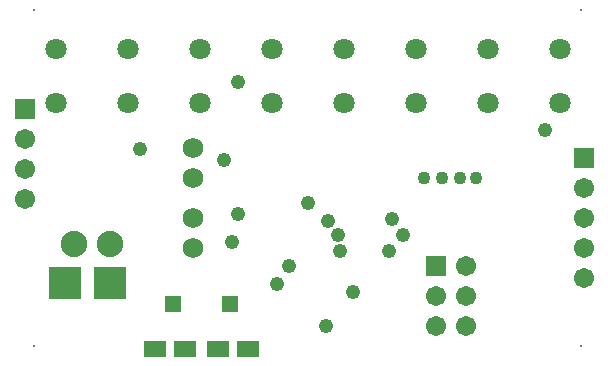
<source format=gbs>
G04 Layer_Color=16711935*
%FSLAX25Y25*%
%MOIN*%
G70*
G01*
G75*
%ADD44C,0.07100*%
%ADD45C,0.08800*%
%ADD46R,0.10800X0.10800*%
%ADD47C,0.00800*%
%ADD48R,0.05800X0.05800*%
%ADD49R,0.07800X0.05800*%
%ADD50C,0.06706*%
%ADD51R,0.06706X0.06706*%
%ADD52C,0.06800*%
%ADD53C,0.04800*%
%ADD54C,0.04300*%
D44*
X43500Y111000D02*
D03*
X19500Y93000D02*
D03*
Y111000D02*
D03*
X43500Y93000D02*
D03*
X187500Y111000D02*
D03*
X163500Y93000D02*
D03*
Y111000D02*
D03*
X187500Y93000D02*
D03*
X139500Y111000D02*
D03*
X115500Y93000D02*
D03*
Y111000D02*
D03*
X139500Y93000D02*
D03*
X91500Y111000D02*
D03*
X67500Y93000D02*
D03*
Y111000D02*
D03*
X91500Y93000D02*
D03*
D45*
X25500Y46000D02*
D03*
X37500D02*
D03*
D46*
Y33000D02*
D03*
X22500D02*
D03*
D47*
X194500Y12000D02*
D03*
Y124000D02*
D03*
X12000D02*
D03*
Y12000D02*
D03*
D48*
X77500Y26000D02*
D03*
X58500D02*
D03*
D49*
X83500Y11000D02*
D03*
X73500D02*
D03*
X52500D02*
D03*
X62500D02*
D03*
D50*
X156000Y18500D02*
D03*
X146000D02*
D03*
X156000Y28500D02*
D03*
X146000D02*
D03*
X156000Y38500D02*
D03*
X9000Y61000D02*
D03*
Y71000D02*
D03*
Y81000D02*
D03*
X195500Y64500D02*
D03*
Y54500D02*
D03*
Y44500D02*
D03*
Y34500D02*
D03*
D51*
X146000Y38500D02*
D03*
X9000Y91000D02*
D03*
X195500Y74500D02*
D03*
D52*
X65000Y44500D02*
D03*
Y54500D02*
D03*
Y78000D02*
D03*
Y68000D02*
D03*
D53*
X47492Y77555D02*
D03*
X182500Y84000D02*
D03*
X78000Y46500D02*
D03*
X118500Y30000D02*
D03*
X131551Y54051D02*
D03*
X130500Y43500D02*
D03*
X135000Y49000D02*
D03*
X110000Y53500D02*
D03*
X113500Y49000D02*
D03*
X114000Y43500D02*
D03*
X93000Y32500D02*
D03*
X109500Y18500D02*
D03*
X97000Y38500D02*
D03*
X80000Y100000D02*
D03*
Y56000D02*
D03*
X103500Y59500D02*
D03*
X75500Y74000D02*
D03*
D54*
X154000Y68000D02*
D03*
X159500D02*
D03*
X148000D02*
D03*
X142000D02*
D03*
M02*

</source>
